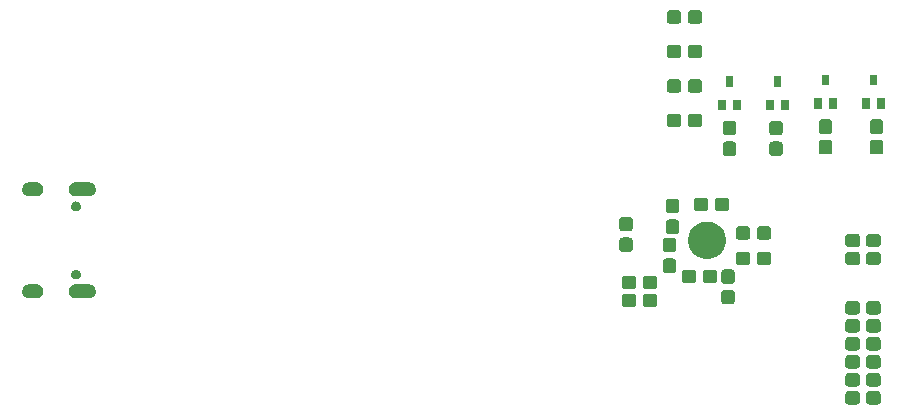
<source format=gbr>
G04 #@! TF.GenerationSoftware,KiCad,Pcbnew,5.1.5*
G04 #@! TF.CreationDate,2020-03-07T11:26:49+01:00*
G04 #@! TF.ProjectId,himudev,68696d75-6465-4762-9e6b-696361645f70,rev?*
G04 #@! TF.SameCoordinates,Original*
G04 #@! TF.FileFunction,Soldermask,Bot*
G04 #@! TF.FilePolarity,Negative*
%FSLAX46Y46*%
G04 Gerber Fmt 4.6, Leading zero omitted, Abs format (unit mm)*
G04 Created by KiCad (PCBNEW 5.1.5) date 2020-03-07 11:26:49*
%MOMM*%
%LPD*%
G04 APERTURE LIST*
%ADD10C,0.100000*%
G04 APERTURE END LIST*
D10*
G36*
X178437157Y-114376395D02*
G01*
X178487639Y-114391708D01*
X178534168Y-114416578D01*
X178574951Y-114450049D01*
X178608422Y-114490832D01*
X178633292Y-114537361D01*
X178648605Y-114587843D01*
X178653900Y-114641601D01*
X178653900Y-115228399D01*
X178648605Y-115282157D01*
X178633292Y-115332639D01*
X178608422Y-115379168D01*
X178574951Y-115419951D01*
X178534168Y-115453422D01*
X178487639Y-115478292D01*
X178437157Y-115493605D01*
X178383399Y-115498900D01*
X177696601Y-115498900D01*
X177642843Y-115493605D01*
X177592361Y-115478292D01*
X177545832Y-115453422D01*
X177505049Y-115419951D01*
X177471578Y-115379168D01*
X177446708Y-115332639D01*
X177431395Y-115282157D01*
X177426100Y-115228399D01*
X177426100Y-114641601D01*
X177431395Y-114587843D01*
X177446708Y-114537361D01*
X177471578Y-114490832D01*
X177505049Y-114450049D01*
X177545832Y-114416578D01*
X177592361Y-114391708D01*
X177642843Y-114376395D01*
X177696601Y-114371100D01*
X178383399Y-114371100D01*
X178437157Y-114376395D01*
G37*
G36*
X176687157Y-114376395D02*
G01*
X176737639Y-114391708D01*
X176784168Y-114416578D01*
X176824951Y-114450049D01*
X176858422Y-114490832D01*
X176883292Y-114537361D01*
X176898605Y-114587843D01*
X176903900Y-114641601D01*
X176903900Y-115228399D01*
X176898605Y-115282157D01*
X176883292Y-115332639D01*
X176858422Y-115379168D01*
X176824951Y-115419951D01*
X176784168Y-115453422D01*
X176737639Y-115478292D01*
X176687157Y-115493605D01*
X176633399Y-115498900D01*
X175946601Y-115498900D01*
X175892843Y-115493605D01*
X175842361Y-115478292D01*
X175795832Y-115453422D01*
X175755049Y-115419951D01*
X175721578Y-115379168D01*
X175696708Y-115332639D01*
X175681395Y-115282157D01*
X175676100Y-115228399D01*
X175676100Y-114641601D01*
X175681395Y-114587843D01*
X175696708Y-114537361D01*
X175721578Y-114490832D01*
X175755049Y-114450049D01*
X175795832Y-114416578D01*
X175842361Y-114391708D01*
X175892843Y-114376395D01*
X175946601Y-114371100D01*
X176633399Y-114371100D01*
X176687157Y-114376395D01*
G37*
G36*
X176687157Y-112852395D02*
G01*
X176737639Y-112867708D01*
X176784168Y-112892578D01*
X176824951Y-112926049D01*
X176858422Y-112966832D01*
X176883292Y-113013361D01*
X176898605Y-113063843D01*
X176903900Y-113117601D01*
X176903900Y-113704399D01*
X176898605Y-113758157D01*
X176883292Y-113808639D01*
X176858422Y-113855168D01*
X176824951Y-113895951D01*
X176784168Y-113929422D01*
X176737639Y-113954292D01*
X176687157Y-113969605D01*
X176633399Y-113974900D01*
X175946601Y-113974900D01*
X175892843Y-113969605D01*
X175842361Y-113954292D01*
X175795832Y-113929422D01*
X175755049Y-113895951D01*
X175721578Y-113855168D01*
X175696708Y-113808639D01*
X175681395Y-113758157D01*
X175676100Y-113704399D01*
X175676100Y-113117601D01*
X175681395Y-113063843D01*
X175696708Y-113013361D01*
X175721578Y-112966832D01*
X175755049Y-112926049D01*
X175795832Y-112892578D01*
X175842361Y-112867708D01*
X175892843Y-112852395D01*
X175946601Y-112847100D01*
X176633399Y-112847100D01*
X176687157Y-112852395D01*
G37*
G36*
X178437157Y-112852395D02*
G01*
X178487639Y-112867708D01*
X178534168Y-112892578D01*
X178574951Y-112926049D01*
X178608422Y-112966832D01*
X178633292Y-113013361D01*
X178648605Y-113063843D01*
X178653900Y-113117601D01*
X178653900Y-113704399D01*
X178648605Y-113758157D01*
X178633292Y-113808639D01*
X178608422Y-113855168D01*
X178574951Y-113895951D01*
X178534168Y-113929422D01*
X178487639Y-113954292D01*
X178437157Y-113969605D01*
X178383399Y-113974900D01*
X177696601Y-113974900D01*
X177642843Y-113969605D01*
X177592361Y-113954292D01*
X177545832Y-113929422D01*
X177505049Y-113895951D01*
X177471578Y-113855168D01*
X177446708Y-113808639D01*
X177431395Y-113758157D01*
X177426100Y-113704399D01*
X177426100Y-113117601D01*
X177431395Y-113063843D01*
X177446708Y-113013361D01*
X177471578Y-112966832D01*
X177505049Y-112926049D01*
X177545832Y-112892578D01*
X177592361Y-112867708D01*
X177642843Y-112852395D01*
X177696601Y-112847100D01*
X178383399Y-112847100D01*
X178437157Y-112852395D01*
G37*
G36*
X176687157Y-111328395D02*
G01*
X176737639Y-111343708D01*
X176784168Y-111368578D01*
X176824951Y-111402049D01*
X176858422Y-111442832D01*
X176883292Y-111489361D01*
X176898605Y-111539843D01*
X176903900Y-111593601D01*
X176903900Y-112180399D01*
X176898605Y-112234157D01*
X176883292Y-112284639D01*
X176858422Y-112331168D01*
X176824951Y-112371951D01*
X176784168Y-112405422D01*
X176737639Y-112430292D01*
X176687157Y-112445605D01*
X176633399Y-112450900D01*
X175946601Y-112450900D01*
X175892843Y-112445605D01*
X175842361Y-112430292D01*
X175795832Y-112405422D01*
X175755049Y-112371951D01*
X175721578Y-112331168D01*
X175696708Y-112284639D01*
X175681395Y-112234157D01*
X175676100Y-112180399D01*
X175676100Y-111593601D01*
X175681395Y-111539843D01*
X175696708Y-111489361D01*
X175721578Y-111442832D01*
X175755049Y-111402049D01*
X175795832Y-111368578D01*
X175842361Y-111343708D01*
X175892843Y-111328395D01*
X175946601Y-111323100D01*
X176633399Y-111323100D01*
X176687157Y-111328395D01*
G37*
G36*
X178437157Y-111328395D02*
G01*
X178487639Y-111343708D01*
X178534168Y-111368578D01*
X178574951Y-111402049D01*
X178608422Y-111442832D01*
X178633292Y-111489361D01*
X178648605Y-111539843D01*
X178653900Y-111593601D01*
X178653900Y-112180399D01*
X178648605Y-112234157D01*
X178633292Y-112284639D01*
X178608422Y-112331168D01*
X178574951Y-112371951D01*
X178534168Y-112405422D01*
X178487639Y-112430292D01*
X178437157Y-112445605D01*
X178383399Y-112450900D01*
X177696601Y-112450900D01*
X177642843Y-112445605D01*
X177592361Y-112430292D01*
X177545832Y-112405422D01*
X177505049Y-112371951D01*
X177471578Y-112331168D01*
X177446708Y-112284639D01*
X177431395Y-112234157D01*
X177426100Y-112180399D01*
X177426100Y-111593601D01*
X177431395Y-111539843D01*
X177446708Y-111489361D01*
X177471578Y-111442832D01*
X177505049Y-111402049D01*
X177545832Y-111368578D01*
X177592361Y-111343708D01*
X177642843Y-111328395D01*
X177696601Y-111323100D01*
X178383399Y-111323100D01*
X178437157Y-111328395D01*
G37*
G36*
X176687157Y-109804395D02*
G01*
X176737639Y-109819708D01*
X176784168Y-109844578D01*
X176824951Y-109878049D01*
X176858422Y-109918832D01*
X176883292Y-109965361D01*
X176898605Y-110015843D01*
X176903900Y-110069601D01*
X176903900Y-110656399D01*
X176898605Y-110710157D01*
X176883292Y-110760639D01*
X176858422Y-110807168D01*
X176824951Y-110847951D01*
X176784168Y-110881422D01*
X176737639Y-110906292D01*
X176687157Y-110921605D01*
X176633399Y-110926900D01*
X175946601Y-110926900D01*
X175892843Y-110921605D01*
X175842361Y-110906292D01*
X175795832Y-110881422D01*
X175755049Y-110847951D01*
X175721578Y-110807168D01*
X175696708Y-110760639D01*
X175681395Y-110710157D01*
X175676100Y-110656399D01*
X175676100Y-110069601D01*
X175681395Y-110015843D01*
X175696708Y-109965361D01*
X175721578Y-109918832D01*
X175755049Y-109878049D01*
X175795832Y-109844578D01*
X175842361Y-109819708D01*
X175892843Y-109804395D01*
X175946601Y-109799100D01*
X176633399Y-109799100D01*
X176687157Y-109804395D01*
G37*
G36*
X178437157Y-109804395D02*
G01*
X178487639Y-109819708D01*
X178534168Y-109844578D01*
X178574951Y-109878049D01*
X178608422Y-109918832D01*
X178633292Y-109965361D01*
X178648605Y-110015843D01*
X178653900Y-110069601D01*
X178653900Y-110656399D01*
X178648605Y-110710157D01*
X178633292Y-110760639D01*
X178608422Y-110807168D01*
X178574951Y-110847951D01*
X178534168Y-110881422D01*
X178487639Y-110906292D01*
X178437157Y-110921605D01*
X178383399Y-110926900D01*
X177696601Y-110926900D01*
X177642843Y-110921605D01*
X177592361Y-110906292D01*
X177545832Y-110881422D01*
X177505049Y-110847951D01*
X177471578Y-110807168D01*
X177446708Y-110760639D01*
X177431395Y-110710157D01*
X177426100Y-110656399D01*
X177426100Y-110069601D01*
X177431395Y-110015843D01*
X177446708Y-109965361D01*
X177471578Y-109918832D01*
X177505049Y-109878049D01*
X177545832Y-109844578D01*
X177592361Y-109819708D01*
X177642843Y-109804395D01*
X177696601Y-109799100D01*
X178383399Y-109799100D01*
X178437157Y-109804395D01*
G37*
G36*
X176687157Y-108280395D02*
G01*
X176737639Y-108295708D01*
X176784168Y-108320578D01*
X176824951Y-108354049D01*
X176858422Y-108394832D01*
X176883292Y-108441361D01*
X176898605Y-108491843D01*
X176903900Y-108545601D01*
X176903900Y-109132399D01*
X176898605Y-109186157D01*
X176883292Y-109236639D01*
X176858422Y-109283168D01*
X176824951Y-109323951D01*
X176784168Y-109357422D01*
X176737639Y-109382292D01*
X176687157Y-109397605D01*
X176633399Y-109402900D01*
X175946601Y-109402900D01*
X175892843Y-109397605D01*
X175842361Y-109382292D01*
X175795832Y-109357422D01*
X175755049Y-109323951D01*
X175721578Y-109283168D01*
X175696708Y-109236639D01*
X175681395Y-109186157D01*
X175676100Y-109132399D01*
X175676100Y-108545601D01*
X175681395Y-108491843D01*
X175696708Y-108441361D01*
X175721578Y-108394832D01*
X175755049Y-108354049D01*
X175795832Y-108320578D01*
X175842361Y-108295708D01*
X175892843Y-108280395D01*
X175946601Y-108275100D01*
X176633399Y-108275100D01*
X176687157Y-108280395D01*
G37*
G36*
X178437157Y-108280395D02*
G01*
X178487639Y-108295708D01*
X178534168Y-108320578D01*
X178574951Y-108354049D01*
X178608422Y-108394832D01*
X178633292Y-108441361D01*
X178648605Y-108491843D01*
X178653900Y-108545601D01*
X178653900Y-109132399D01*
X178648605Y-109186157D01*
X178633292Y-109236639D01*
X178608422Y-109283168D01*
X178574951Y-109323951D01*
X178534168Y-109357422D01*
X178487639Y-109382292D01*
X178437157Y-109397605D01*
X178383399Y-109402900D01*
X177696601Y-109402900D01*
X177642843Y-109397605D01*
X177592361Y-109382292D01*
X177545832Y-109357422D01*
X177505049Y-109323951D01*
X177471578Y-109283168D01*
X177446708Y-109236639D01*
X177431395Y-109186157D01*
X177426100Y-109132399D01*
X177426100Y-108545601D01*
X177431395Y-108491843D01*
X177446708Y-108441361D01*
X177471578Y-108394832D01*
X177505049Y-108354049D01*
X177545832Y-108320578D01*
X177592361Y-108295708D01*
X177642843Y-108280395D01*
X177696601Y-108275100D01*
X178383399Y-108275100D01*
X178437157Y-108280395D01*
G37*
G36*
X178437157Y-106756395D02*
G01*
X178487639Y-106771708D01*
X178534168Y-106796578D01*
X178574951Y-106830049D01*
X178608422Y-106870832D01*
X178633292Y-106917361D01*
X178648605Y-106967843D01*
X178653900Y-107021601D01*
X178653900Y-107608399D01*
X178648605Y-107662157D01*
X178633292Y-107712639D01*
X178608422Y-107759168D01*
X178574951Y-107799951D01*
X178534168Y-107833422D01*
X178487639Y-107858292D01*
X178437157Y-107873605D01*
X178383399Y-107878900D01*
X177696601Y-107878900D01*
X177642843Y-107873605D01*
X177592361Y-107858292D01*
X177545832Y-107833422D01*
X177505049Y-107799951D01*
X177471578Y-107759168D01*
X177446708Y-107712639D01*
X177431395Y-107662157D01*
X177426100Y-107608399D01*
X177426100Y-107021601D01*
X177431395Y-106967843D01*
X177446708Y-106917361D01*
X177471578Y-106870832D01*
X177505049Y-106830049D01*
X177545832Y-106796578D01*
X177592361Y-106771708D01*
X177642843Y-106756395D01*
X177696601Y-106751100D01*
X178383399Y-106751100D01*
X178437157Y-106756395D01*
G37*
G36*
X176687157Y-106756395D02*
G01*
X176737639Y-106771708D01*
X176784168Y-106796578D01*
X176824951Y-106830049D01*
X176858422Y-106870832D01*
X176883292Y-106917361D01*
X176898605Y-106967843D01*
X176903900Y-107021601D01*
X176903900Y-107608399D01*
X176898605Y-107662157D01*
X176883292Y-107712639D01*
X176858422Y-107759168D01*
X176824951Y-107799951D01*
X176784168Y-107833422D01*
X176737639Y-107858292D01*
X176687157Y-107873605D01*
X176633399Y-107878900D01*
X175946601Y-107878900D01*
X175892843Y-107873605D01*
X175842361Y-107858292D01*
X175795832Y-107833422D01*
X175755049Y-107799951D01*
X175721578Y-107759168D01*
X175696708Y-107712639D01*
X175681395Y-107662157D01*
X175676100Y-107608399D01*
X175676100Y-107021601D01*
X175681395Y-106967843D01*
X175696708Y-106917361D01*
X175721578Y-106870832D01*
X175755049Y-106830049D01*
X175795832Y-106796578D01*
X175842361Y-106771708D01*
X175892843Y-106756395D01*
X175946601Y-106751100D01*
X176633399Y-106751100D01*
X176687157Y-106756395D01*
G37*
G36*
X157764157Y-106121395D02*
G01*
X157814639Y-106136708D01*
X157861168Y-106161578D01*
X157901951Y-106195049D01*
X157935422Y-106235832D01*
X157960292Y-106282361D01*
X157975605Y-106332843D01*
X157980900Y-106386601D01*
X157980900Y-106973399D01*
X157975605Y-107027157D01*
X157960292Y-107077639D01*
X157935422Y-107124168D01*
X157901951Y-107164951D01*
X157861168Y-107198422D01*
X157814639Y-107223292D01*
X157764157Y-107238605D01*
X157710399Y-107243900D01*
X157023601Y-107243900D01*
X156969843Y-107238605D01*
X156919361Y-107223292D01*
X156872832Y-107198422D01*
X156832049Y-107164951D01*
X156798578Y-107124168D01*
X156773708Y-107077639D01*
X156758395Y-107027157D01*
X156753100Y-106973399D01*
X156753100Y-106386601D01*
X156758395Y-106332843D01*
X156773708Y-106282361D01*
X156798578Y-106235832D01*
X156832049Y-106195049D01*
X156872832Y-106161578D01*
X156919361Y-106136708D01*
X156969843Y-106121395D01*
X157023601Y-106116100D01*
X157710399Y-106116100D01*
X157764157Y-106121395D01*
G37*
G36*
X159514157Y-106121395D02*
G01*
X159564639Y-106136708D01*
X159611168Y-106161578D01*
X159651951Y-106195049D01*
X159685422Y-106235832D01*
X159710292Y-106282361D01*
X159725605Y-106332843D01*
X159730900Y-106386601D01*
X159730900Y-106973399D01*
X159725605Y-107027157D01*
X159710292Y-107077639D01*
X159685422Y-107124168D01*
X159651951Y-107164951D01*
X159611168Y-107198422D01*
X159564639Y-107223292D01*
X159514157Y-107238605D01*
X159460399Y-107243900D01*
X158773601Y-107243900D01*
X158719843Y-107238605D01*
X158669361Y-107223292D01*
X158622832Y-107198422D01*
X158582049Y-107164951D01*
X158548578Y-107124168D01*
X158523708Y-107077639D01*
X158508395Y-107027157D01*
X158503100Y-106973399D01*
X158503100Y-106386601D01*
X158508395Y-106332843D01*
X158523708Y-106282361D01*
X158548578Y-106235832D01*
X158582049Y-106195049D01*
X158622832Y-106161578D01*
X158669361Y-106136708D01*
X158719843Y-106121395D01*
X158773601Y-106116100D01*
X159460399Y-106116100D01*
X159514157Y-106121395D01*
G37*
G36*
X166082157Y-105803395D02*
G01*
X166132639Y-105818708D01*
X166179168Y-105843578D01*
X166219951Y-105877049D01*
X166253422Y-105917832D01*
X166278292Y-105964361D01*
X166293605Y-106014843D01*
X166298900Y-106068601D01*
X166298900Y-106755399D01*
X166293605Y-106809157D01*
X166278292Y-106859639D01*
X166253422Y-106906168D01*
X166219951Y-106946951D01*
X166179168Y-106980422D01*
X166132639Y-107005292D01*
X166082157Y-107020605D01*
X166028399Y-107025900D01*
X165441601Y-107025900D01*
X165387843Y-107020605D01*
X165337361Y-107005292D01*
X165290832Y-106980422D01*
X165250049Y-106946951D01*
X165216578Y-106906168D01*
X165191708Y-106859639D01*
X165176395Y-106809157D01*
X165171100Y-106755399D01*
X165171100Y-106068601D01*
X165176395Y-106014843D01*
X165191708Y-105964361D01*
X165216578Y-105917832D01*
X165250049Y-105877049D01*
X165290832Y-105843578D01*
X165337361Y-105818708D01*
X165387843Y-105803395D01*
X165441601Y-105798100D01*
X166028399Y-105798100D01*
X166082157Y-105803395D01*
G37*
G36*
X111725366Y-105329959D02*
G01*
X111838222Y-105364193D01*
X111942231Y-105419787D01*
X112033395Y-105494604D01*
X112108212Y-105585768D01*
X112163806Y-105689777D01*
X112198040Y-105802633D01*
X112209600Y-105919999D01*
X112209600Y-105920001D01*
X112198040Y-106037367D01*
X112163806Y-106150223D01*
X112108212Y-106254232D01*
X112033395Y-106345396D01*
X111942231Y-106420213D01*
X111838222Y-106475807D01*
X111725366Y-106510041D01*
X111608000Y-106521601D01*
X110508000Y-106521601D01*
X110390634Y-106510041D01*
X110277778Y-106475807D01*
X110173769Y-106420213D01*
X110082605Y-106345396D01*
X110007788Y-106254232D01*
X109952194Y-106150223D01*
X109917960Y-106037367D01*
X109906400Y-105920001D01*
X109906400Y-105919999D01*
X109917960Y-105802633D01*
X109952194Y-105689777D01*
X110007788Y-105585768D01*
X110082605Y-105494604D01*
X110173769Y-105419787D01*
X110277778Y-105364193D01*
X110390634Y-105329959D01*
X110508000Y-105318399D01*
X111608000Y-105318399D01*
X111725366Y-105329959D01*
G37*
G36*
X107295366Y-105329959D02*
G01*
X107408222Y-105364193D01*
X107512231Y-105419787D01*
X107603395Y-105494604D01*
X107678212Y-105585768D01*
X107733806Y-105689777D01*
X107768040Y-105802633D01*
X107779600Y-105919999D01*
X107779600Y-105920001D01*
X107768040Y-106037367D01*
X107733806Y-106150223D01*
X107678212Y-106254232D01*
X107603395Y-106345396D01*
X107512231Y-106420213D01*
X107408222Y-106475807D01*
X107295366Y-106510041D01*
X107178000Y-106521601D01*
X106578000Y-106521601D01*
X106460634Y-106510041D01*
X106347778Y-106475807D01*
X106243769Y-106420213D01*
X106152605Y-106345396D01*
X106077788Y-106254232D01*
X106022194Y-106150223D01*
X105987960Y-106037367D01*
X105976400Y-105920001D01*
X105976400Y-105919999D01*
X105987960Y-105802633D01*
X106022194Y-105689777D01*
X106077788Y-105585768D01*
X106152605Y-105494604D01*
X106243769Y-105419787D01*
X106347778Y-105364193D01*
X106460634Y-105329959D01*
X106578000Y-105318399D01*
X107178000Y-105318399D01*
X107295366Y-105329959D01*
G37*
G36*
X157764157Y-104597395D02*
G01*
X157814639Y-104612708D01*
X157861168Y-104637578D01*
X157901951Y-104671049D01*
X157935422Y-104711832D01*
X157960292Y-104758361D01*
X157975605Y-104808843D01*
X157980900Y-104862601D01*
X157980900Y-105449399D01*
X157975605Y-105503157D01*
X157960292Y-105553639D01*
X157935422Y-105600168D01*
X157901951Y-105640951D01*
X157861168Y-105674422D01*
X157814639Y-105699292D01*
X157764157Y-105714605D01*
X157710399Y-105719900D01*
X157023601Y-105719900D01*
X156969843Y-105714605D01*
X156919361Y-105699292D01*
X156872832Y-105674422D01*
X156832049Y-105640951D01*
X156798578Y-105600168D01*
X156773708Y-105553639D01*
X156758395Y-105503157D01*
X156753100Y-105449399D01*
X156753100Y-104862601D01*
X156758395Y-104808843D01*
X156773708Y-104758361D01*
X156798578Y-104711832D01*
X156832049Y-104671049D01*
X156872832Y-104637578D01*
X156919361Y-104612708D01*
X156969843Y-104597395D01*
X157023601Y-104592100D01*
X157710399Y-104592100D01*
X157764157Y-104597395D01*
G37*
G36*
X159514157Y-104597395D02*
G01*
X159564639Y-104612708D01*
X159611168Y-104637578D01*
X159651951Y-104671049D01*
X159685422Y-104711832D01*
X159710292Y-104758361D01*
X159725605Y-104808843D01*
X159730900Y-104862601D01*
X159730900Y-105449399D01*
X159725605Y-105503157D01*
X159710292Y-105553639D01*
X159685422Y-105600168D01*
X159651951Y-105640951D01*
X159611168Y-105674422D01*
X159564639Y-105699292D01*
X159514157Y-105714605D01*
X159460399Y-105719900D01*
X158773601Y-105719900D01*
X158719843Y-105714605D01*
X158669361Y-105699292D01*
X158622832Y-105674422D01*
X158582049Y-105640951D01*
X158548578Y-105600168D01*
X158523708Y-105553639D01*
X158508395Y-105503157D01*
X158503100Y-105449399D01*
X158503100Y-104862601D01*
X158508395Y-104808843D01*
X158523708Y-104758361D01*
X158548578Y-104711832D01*
X158582049Y-104671049D01*
X158622832Y-104637578D01*
X158669361Y-104612708D01*
X158719843Y-104597395D01*
X158773601Y-104592100D01*
X159460399Y-104592100D01*
X159514157Y-104597395D01*
G37*
G36*
X166082157Y-104053395D02*
G01*
X166132639Y-104068708D01*
X166179168Y-104093578D01*
X166219951Y-104127049D01*
X166253422Y-104167832D01*
X166278292Y-104214361D01*
X166293605Y-104264843D01*
X166298900Y-104318601D01*
X166298900Y-105005399D01*
X166293605Y-105059157D01*
X166278292Y-105109639D01*
X166253422Y-105156168D01*
X166219951Y-105196951D01*
X166179168Y-105230422D01*
X166132639Y-105255292D01*
X166082157Y-105270605D01*
X166028399Y-105275900D01*
X165441601Y-105275900D01*
X165387843Y-105270605D01*
X165337361Y-105255292D01*
X165290832Y-105230422D01*
X165250049Y-105196951D01*
X165216578Y-105156168D01*
X165191708Y-105109639D01*
X165176395Y-105059157D01*
X165171100Y-105005399D01*
X165171100Y-104318601D01*
X165176395Y-104264843D01*
X165191708Y-104214361D01*
X165216578Y-104167832D01*
X165250049Y-104127049D01*
X165290832Y-104093578D01*
X165337361Y-104068708D01*
X165387843Y-104053395D01*
X165441601Y-104048100D01*
X166028399Y-104048100D01*
X166082157Y-104053395D01*
G37*
G36*
X164594157Y-104089395D02*
G01*
X164644639Y-104104708D01*
X164691168Y-104129578D01*
X164731951Y-104163049D01*
X164765422Y-104203832D01*
X164790292Y-104250361D01*
X164805605Y-104300843D01*
X164810900Y-104354601D01*
X164810900Y-104941399D01*
X164805605Y-104995157D01*
X164790292Y-105045639D01*
X164765422Y-105092168D01*
X164731951Y-105132951D01*
X164691168Y-105166422D01*
X164644639Y-105191292D01*
X164594157Y-105206605D01*
X164540399Y-105211900D01*
X163853601Y-105211900D01*
X163799843Y-105206605D01*
X163749361Y-105191292D01*
X163702832Y-105166422D01*
X163662049Y-105132951D01*
X163628578Y-105092168D01*
X163603708Y-105045639D01*
X163588395Y-104995157D01*
X163583100Y-104941399D01*
X163583100Y-104354601D01*
X163588395Y-104300843D01*
X163603708Y-104250361D01*
X163628578Y-104203832D01*
X163662049Y-104163049D01*
X163702832Y-104129578D01*
X163749361Y-104104708D01*
X163799843Y-104089395D01*
X163853601Y-104084100D01*
X164540399Y-104084100D01*
X164594157Y-104089395D01*
G37*
G36*
X162844157Y-104089395D02*
G01*
X162894639Y-104104708D01*
X162941168Y-104129578D01*
X162981951Y-104163049D01*
X163015422Y-104203832D01*
X163040292Y-104250361D01*
X163055605Y-104300843D01*
X163060900Y-104354601D01*
X163060900Y-104941399D01*
X163055605Y-104995157D01*
X163040292Y-105045639D01*
X163015422Y-105092168D01*
X162981951Y-105132951D01*
X162941168Y-105166422D01*
X162894639Y-105191292D01*
X162844157Y-105206605D01*
X162790399Y-105211900D01*
X162103601Y-105211900D01*
X162049843Y-105206605D01*
X161999361Y-105191292D01*
X161952832Y-105166422D01*
X161912049Y-105132951D01*
X161878578Y-105092168D01*
X161853708Y-105045639D01*
X161838395Y-104995157D01*
X161833100Y-104941399D01*
X161833100Y-104354601D01*
X161838395Y-104300843D01*
X161853708Y-104250361D01*
X161878578Y-104203832D01*
X161912049Y-104163049D01*
X161952832Y-104129578D01*
X161999361Y-104104708D01*
X162049843Y-104089395D01*
X162103601Y-104084100D01*
X162790399Y-104084100D01*
X162844157Y-104089395D01*
G37*
G36*
X110648730Y-104092006D02*
G01*
X110724055Y-104123206D01*
X110791846Y-104168503D01*
X110849497Y-104226154D01*
X110894794Y-104293945D01*
X110925994Y-104369270D01*
X110941900Y-104449234D01*
X110941900Y-104530766D01*
X110925994Y-104610730D01*
X110894794Y-104686055D01*
X110849497Y-104753846D01*
X110791846Y-104811497D01*
X110724055Y-104856794D01*
X110648730Y-104887994D01*
X110568766Y-104903900D01*
X110487234Y-104903900D01*
X110407270Y-104887994D01*
X110331945Y-104856794D01*
X110264154Y-104811497D01*
X110206503Y-104753846D01*
X110161206Y-104686055D01*
X110130006Y-104610730D01*
X110114100Y-104530766D01*
X110114100Y-104449234D01*
X110130006Y-104369270D01*
X110161206Y-104293945D01*
X110206503Y-104226154D01*
X110264154Y-104168503D01*
X110331945Y-104123206D01*
X110407270Y-104092006D01*
X110487234Y-104076100D01*
X110568766Y-104076100D01*
X110648730Y-104092006D01*
G37*
G36*
X161129157Y-103136395D02*
G01*
X161179639Y-103151708D01*
X161226168Y-103176578D01*
X161266951Y-103210049D01*
X161300422Y-103250832D01*
X161325292Y-103297361D01*
X161340605Y-103347843D01*
X161345900Y-103401601D01*
X161345900Y-104088399D01*
X161340605Y-104142157D01*
X161325292Y-104192639D01*
X161300422Y-104239168D01*
X161266951Y-104279951D01*
X161226168Y-104313422D01*
X161179639Y-104338292D01*
X161129157Y-104353605D01*
X161075399Y-104358900D01*
X160488601Y-104358900D01*
X160434843Y-104353605D01*
X160384361Y-104338292D01*
X160337832Y-104313422D01*
X160297049Y-104279951D01*
X160263578Y-104239168D01*
X160238708Y-104192639D01*
X160223395Y-104142157D01*
X160218100Y-104088399D01*
X160218100Y-103401601D01*
X160223395Y-103347843D01*
X160238708Y-103297361D01*
X160263578Y-103250832D01*
X160297049Y-103210049D01*
X160337832Y-103176578D01*
X160384361Y-103151708D01*
X160434843Y-103136395D01*
X160488601Y-103131100D01*
X161075399Y-103131100D01*
X161129157Y-103136395D01*
G37*
G36*
X176687157Y-102565395D02*
G01*
X176737639Y-102580708D01*
X176784168Y-102605578D01*
X176824951Y-102639049D01*
X176858422Y-102679832D01*
X176883292Y-102726361D01*
X176898605Y-102776843D01*
X176903900Y-102830601D01*
X176903900Y-103417399D01*
X176898605Y-103471157D01*
X176883292Y-103521639D01*
X176858422Y-103568168D01*
X176824951Y-103608951D01*
X176784168Y-103642422D01*
X176737639Y-103667292D01*
X176687157Y-103682605D01*
X176633399Y-103687900D01*
X175946601Y-103687900D01*
X175892843Y-103682605D01*
X175842361Y-103667292D01*
X175795832Y-103642422D01*
X175755049Y-103608951D01*
X175721578Y-103568168D01*
X175696708Y-103521639D01*
X175681395Y-103471157D01*
X175676100Y-103417399D01*
X175676100Y-102830601D01*
X175681395Y-102776843D01*
X175696708Y-102726361D01*
X175721578Y-102679832D01*
X175755049Y-102639049D01*
X175795832Y-102605578D01*
X175842361Y-102580708D01*
X175892843Y-102565395D01*
X175946601Y-102560100D01*
X176633399Y-102560100D01*
X176687157Y-102565395D01*
G37*
G36*
X178437157Y-102565395D02*
G01*
X178487639Y-102580708D01*
X178534168Y-102605578D01*
X178574951Y-102639049D01*
X178608422Y-102679832D01*
X178633292Y-102726361D01*
X178648605Y-102776843D01*
X178653900Y-102830601D01*
X178653900Y-103417399D01*
X178648605Y-103471157D01*
X178633292Y-103521639D01*
X178608422Y-103568168D01*
X178574951Y-103608951D01*
X178534168Y-103642422D01*
X178487639Y-103667292D01*
X178437157Y-103682605D01*
X178383399Y-103687900D01*
X177696601Y-103687900D01*
X177642843Y-103682605D01*
X177592361Y-103667292D01*
X177545832Y-103642422D01*
X177505049Y-103608951D01*
X177471578Y-103568168D01*
X177446708Y-103521639D01*
X177431395Y-103471157D01*
X177426100Y-103417399D01*
X177426100Y-102830601D01*
X177431395Y-102776843D01*
X177446708Y-102726361D01*
X177471578Y-102679832D01*
X177505049Y-102639049D01*
X177545832Y-102605578D01*
X177592361Y-102580708D01*
X177642843Y-102565395D01*
X177696601Y-102560100D01*
X178383399Y-102560100D01*
X178437157Y-102565395D01*
G37*
G36*
X169166157Y-102565395D02*
G01*
X169216639Y-102580708D01*
X169263168Y-102605578D01*
X169303951Y-102639049D01*
X169337422Y-102679832D01*
X169362292Y-102726361D01*
X169377605Y-102776843D01*
X169382900Y-102830601D01*
X169382900Y-103417399D01*
X169377605Y-103471157D01*
X169362292Y-103521639D01*
X169337422Y-103568168D01*
X169303951Y-103608951D01*
X169263168Y-103642422D01*
X169216639Y-103667292D01*
X169166157Y-103682605D01*
X169112399Y-103687900D01*
X168425601Y-103687900D01*
X168371843Y-103682605D01*
X168321361Y-103667292D01*
X168274832Y-103642422D01*
X168234049Y-103608951D01*
X168200578Y-103568168D01*
X168175708Y-103521639D01*
X168160395Y-103471157D01*
X168155100Y-103417399D01*
X168155100Y-102830601D01*
X168160395Y-102776843D01*
X168175708Y-102726361D01*
X168200578Y-102679832D01*
X168234049Y-102639049D01*
X168274832Y-102605578D01*
X168321361Y-102580708D01*
X168371843Y-102565395D01*
X168425601Y-102560100D01*
X169112399Y-102560100D01*
X169166157Y-102565395D01*
G37*
G36*
X167416157Y-102565395D02*
G01*
X167466639Y-102580708D01*
X167513168Y-102605578D01*
X167553951Y-102639049D01*
X167587422Y-102679832D01*
X167612292Y-102726361D01*
X167627605Y-102776843D01*
X167632900Y-102830601D01*
X167632900Y-103417399D01*
X167627605Y-103471157D01*
X167612292Y-103521639D01*
X167587422Y-103568168D01*
X167553951Y-103608951D01*
X167513168Y-103642422D01*
X167466639Y-103667292D01*
X167416157Y-103682605D01*
X167362399Y-103687900D01*
X166675601Y-103687900D01*
X166621843Y-103682605D01*
X166571361Y-103667292D01*
X166524832Y-103642422D01*
X166484049Y-103608951D01*
X166450578Y-103568168D01*
X166425708Y-103521639D01*
X166410395Y-103471157D01*
X166405100Y-103417399D01*
X166405100Y-102830601D01*
X166410395Y-102776843D01*
X166425708Y-102726361D01*
X166450578Y-102679832D01*
X166484049Y-102639049D01*
X166524832Y-102605578D01*
X166571361Y-102580708D01*
X166621843Y-102565395D01*
X166675601Y-102560100D01*
X167362399Y-102560100D01*
X167416157Y-102565395D01*
G37*
G36*
X164420465Y-100072161D02*
G01*
X164709626Y-100191935D01*
X164969865Y-100365821D01*
X165191179Y-100587135D01*
X165365065Y-100847374D01*
X165484839Y-101136535D01*
X165545900Y-101443507D01*
X165545900Y-101756493D01*
X165484839Y-102063465D01*
X165365065Y-102352626D01*
X165191179Y-102612865D01*
X164969865Y-102834179D01*
X164709626Y-103008065D01*
X164420465Y-103127839D01*
X164113493Y-103188900D01*
X163800507Y-103188900D01*
X163493535Y-103127839D01*
X163204374Y-103008065D01*
X162944135Y-102834179D01*
X162722821Y-102612865D01*
X162548935Y-102352626D01*
X162429161Y-102063465D01*
X162368100Y-101756493D01*
X162368100Y-101443507D01*
X162429161Y-101136535D01*
X162548935Y-100847374D01*
X162722821Y-100587135D01*
X162944135Y-100365821D01*
X163204374Y-100191935D01*
X163493535Y-100072161D01*
X163800507Y-100011100D01*
X164113493Y-100011100D01*
X164420465Y-100072161D01*
G37*
G36*
X161129157Y-101386395D02*
G01*
X161179639Y-101401708D01*
X161226168Y-101426578D01*
X161266951Y-101460049D01*
X161300422Y-101500832D01*
X161325292Y-101547361D01*
X161340605Y-101597843D01*
X161345900Y-101651601D01*
X161345900Y-102338399D01*
X161340605Y-102392157D01*
X161325292Y-102442639D01*
X161300422Y-102489168D01*
X161266951Y-102529951D01*
X161226168Y-102563422D01*
X161179639Y-102588292D01*
X161129157Y-102603605D01*
X161075399Y-102608900D01*
X160488601Y-102608900D01*
X160434843Y-102603605D01*
X160384361Y-102588292D01*
X160337832Y-102563422D01*
X160297049Y-102529951D01*
X160263578Y-102489168D01*
X160238708Y-102442639D01*
X160223395Y-102392157D01*
X160218100Y-102338399D01*
X160218100Y-101651601D01*
X160223395Y-101597843D01*
X160238708Y-101547361D01*
X160263578Y-101500832D01*
X160297049Y-101460049D01*
X160337832Y-101426578D01*
X160384361Y-101401708D01*
X160434843Y-101386395D01*
X160488601Y-101381100D01*
X161075399Y-101381100D01*
X161129157Y-101386395D01*
G37*
G36*
X157446157Y-101358395D02*
G01*
X157496639Y-101373708D01*
X157543168Y-101398578D01*
X157583951Y-101432049D01*
X157617422Y-101472832D01*
X157642292Y-101519361D01*
X157657605Y-101569843D01*
X157662900Y-101623601D01*
X157662900Y-102310399D01*
X157657605Y-102364157D01*
X157642292Y-102414639D01*
X157617422Y-102461168D01*
X157583951Y-102501951D01*
X157543168Y-102535422D01*
X157496639Y-102560292D01*
X157446157Y-102575605D01*
X157392399Y-102580900D01*
X156805601Y-102580900D01*
X156751843Y-102575605D01*
X156701361Y-102560292D01*
X156654832Y-102535422D01*
X156614049Y-102501951D01*
X156580578Y-102461168D01*
X156555708Y-102414639D01*
X156540395Y-102364157D01*
X156535100Y-102310399D01*
X156535100Y-101623601D01*
X156540395Y-101569843D01*
X156555708Y-101519361D01*
X156580578Y-101472832D01*
X156614049Y-101432049D01*
X156654832Y-101398578D01*
X156701361Y-101373708D01*
X156751843Y-101358395D01*
X156805601Y-101353100D01*
X157392399Y-101353100D01*
X157446157Y-101358395D01*
G37*
G36*
X176687157Y-101041395D02*
G01*
X176737639Y-101056708D01*
X176784168Y-101081578D01*
X176824951Y-101115049D01*
X176858422Y-101155832D01*
X176883292Y-101202361D01*
X176898605Y-101252843D01*
X176903900Y-101306601D01*
X176903900Y-101893399D01*
X176898605Y-101947157D01*
X176883292Y-101997639D01*
X176858422Y-102044168D01*
X176824951Y-102084951D01*
X176784168Y-102118422D01*
X176737639Y-102143292D01*
X176687157Y-102158605D01*
X176633399Y-102163900D01*
X175946601Y-102163900D01*
X175892843Y-102158605D01*
X175842361Y-102143292D01*
X175795832Y-102118422D01*
X175755049Y-102084951D01*
X175721578Y-102044168D01*
X175696708Y-101997639D01*
X175681395Y-101947157D01*
X175676100Y-101893399D01*
X175676100Y-101306601D01*
X175681395Y-101252843D01*
X175696708Y-101202361D01*
X175721578Y-101155832D01*
X175755049Y-101115049D01*
X175795832Y-101081578D01*
X175842361Y-101056708D01*
X175892843Y-101041395D01*
X175946601Y-101036100D01*
X176633399Y-101036100D01*
X176687157Y-101041395D01*
G37*
G36*
X178437157Y-101041395D02*
G01*
X178487639Y-101056708D01*
X178534168Y-101081578D01*
X178574951Y-101115049D01*
X178608422Y-101155832D01*
X178633292Y-101202361D01*
X178648605Y-101252843D01*
X178653900Y-101306601D01*
X178653900Y-101893399D01*
X178648605Y-101947157D01*
X178633292Y-101997639D01*
X178608422Y-102044168D01*
X178574951Y-102084951D01*
X178534168Y-102118422D01*
X178487639Y-102143292D01*
X178437157Y-102158605D01*
X178383399Y-102163900D01*
X177696601Y-102163900D01*
X177642843Y-102158605D01*
X177592361Y-102143292D01*
X177545832Y-102118422D01*
X177505049Y-102084951D01*
X177471578Y-102044168D01*
X177446708Y-101997639D01*
X177431395Y-101947157D01*
X177426100Y-101893399D01*
X177426100Y-101306601D01*
X177431395Y-101252843D01*
X177446708Y-101202361D01*
X177471578Y-101155832D01*
X177505049Y-101115049D01*
X177545832Y-101081578D01*
X177592361Y-101056708D01*
X177642843Y-101041395D01*
X177696601Y-101036100D01*
X178383399Y-101036100D01*
X178437157Y-101041395D01*
G37*
G36*
X167416157Y-100406395D02*
G01*
X167466639Y-100421708D01*
X167513168Y-100446578D01*
X167553951Y-100480049D01*
X167587422Y-100520832D01*
X167612292Y-100567361D01*
X167627605Y-100617843D01*
X167632900Y-100671601D01*
X167632900Y-101258399D01*
X167627605Y-101312157D01*
X167612292Y-101362639D01*
X167587422Y-101409168D01*
X167553951Y-101449951D01*
X167513168Y-101483422D01*
X167466639Y-101508292D01*
X167416157Y-101523605D01*
X167362399Y-101528900D01*
X166675601Y-101528900D01*
X166621843Y-101523605D01*
X166571361Y-101508292D01*
X166524832Y-101483422D01*
X166484049Y-101449951D01*
X166450578Y-101409168D01*
X166425708Y-101362639D01*
X166410395Y-101312157D01*
X166405100Y-101258399D01*
X166405100Y-100671601D01*
X166410395Y-100617843D01*
X166425708Y-100567361D01*
X166450578Y-100520832D01*
X166484049Y-100480049D01*
X166524832Y-100446578D01*
X166571361Y-100421708D01*
X166621843Y-100406395D01*
X166675601Y-100401100D01*
X167362399Y-100401100D01*
X167416157Y-100406395D01*
G37*
G36*
X169166157Y-100406395D02*
G01*
X169216639Y-100421708D01*
X169263168Y-100446578D01*
X169303951Y-100480049D01*
X169337422Y-100520832D01*
X169362292Y-100567361D01*
X169377605Y-100617843D01*
X169382900Y-100671601D01*
X169382900Y-101258399D01*
X169377605Y-101312157D01*
X169362292Y-101362639D01*
X169337422Y-101409168D01*
X169303951Y-101449951D01*
X169263168Y-101483422D01*
X169216639Y-101508292D01*
X169166157Y-101523605D01*
X169112399Y-101528900D01*
X168425601Y-101528900D01*
X168371843Y-101523605D01*
X168321361Y-101508292D01*
X168274832Y-101483422D01*
X168234049Y-101449951D01*
X168200578Y-101409168D01*
X168175708Y-101362639D01*
X168160395Y-101312157D01*
X168155100Y-101258399D01*
X168155100Y-100671601D01*
X168160395Y-100617843D01*
X168175708Y-100567361D01*
X168200578Y-100520832D01*
X168234049Y-100480049D01*
X168274832Y-100446578D01*
X168321361Y-100421708D01*
X168371843Y-100406395D01*
X168425601Y-100401100D01*
X169112399Y-100401100D01*
X169166157Y-100406395D01*
G37*
G36*
X161383157Y-99834395D02*
G01*
X161433639Y-99849708D01*
X161480168Y-99874578D01*
X161520951Y-99908049D01*
X161554422Y-99948832D01*
X161579292Y-99995361D01*
X161594605Y-100045843D01*
X161599900Y-100099601D01*
X161599900Y-100786399D01*
X161594605Y-100840157D01*
X161579292Y-100890639D01*
X161554422Y-100937168D01*
X161520951Y-100977951D01*
X161480168Y-101011422D01*
X161433639Y-101036292D01*
X161383157Y-101051605D01*
X161329399Y-101056900D01*
X160742601Y-101056900D01*
X160688843Y-101051605D01*
X160638361Y-101036292D01*
X160591832Y-101011422D01*
X160551049Y-100977951D01*
X160517578Y-100937168D01*
X160492708Y-100890639D01*
X160477395Y-100840157D01*
X160472100Y-100786399D01*
X160472100Y-100099601D01*
X160477395Y-100045843D01*
X160492708Y-99995361D01*
X160517578Y-99948832D01*
X160551049Y-99908049D01*
X160591832Y-99874578D01*
X160638361Y-99849708D01*
X160688843Y-99834395D01*
X160742601Y-99829100D01*
X161329399Y-99829100D01*
X161383157Y-99834395D01*
G37*
G36*
X157446157Y-99608395D02*
G01*
X157496639Y-99623708D01*
X157543168Y-99648578D01*
X157583951Y-99682049D01*
X157617422Y-99722832D01*
X157642292Y-99769361D01*
X157657605Y-99819843D01*
X157662900Y-99873601D01*
X157662900Y-100560399D01*
X157657605Y-100614157D01*
X157642292Y-100664639D01*
X157617422Y-100711168D01*
X157583951Y-100751951D01*
X157543168Y-100785422D01*
X157496639Y-100810292D01*
X157446157Y-100825605D01*
X157392399Y-100830900D01*
X156805601Y-100830900D01*
X156751843Y-100825605D01*
X156701361Y-100810292D01*
X156654832Y-100785422D01*
X156614049Y-100751951D01*
X156580578Y-100711168D01*
X156555708Y-100664639D01*
X156540395Y-100614157D01*
X156535100Y-100560399D01*
X156535100Y-99873601D01*
X156540395Y-99819843D01*
X156555708Y-99769361D01*
X156580578Y-99722832D01*
X156614049Y-99682049D01*
X156654832Y-99648578D01*
X156701361Y-99623708D01*
X156751843Y-99608395D01*
X156805601Y-99603100D01*
X157392399Y-99603100D01*
X157446157Y-99608395D01*
G37*
G36*
X161383157Y-98084395D02*
G01*
X161433639Y-98099708D01*
X161480168Y-98124578D01*
X161520951Y-98158049D01*
X161554422Y-98198832D01*
X161579292Y-98245361D01*
X161594605Y-98295843D01*
X161599900Y-98349601D01*
X161599900Y-99036399D01*
X161594605Y-99090157D01*
X161579292Y-99140639D01*
X161554422Y-99187168D01*
X161520951Y-99227951D01*
X161480168Y-99261422D01*
X161433639Y-99286292D01*
X161383157Y-99301605D01*
X161329399Y-99306900D01*
X160742601Y-99306900D01*
X160688843Y-99301605D01*
X160638361Y-99286292D01*
X160591832Y-99261422D01*
X160551049Y-99227951D01*
X160517578Y-99187168D01*
X160492708Y-99140639D01*
X160477395Y-99090157D01*
X160472100Y-99036399D01*
X160472100Y-98349601D01*
X160477395Y-98295843D01*
X160492708Y-98245361D01*
X160517578Y-98198832D01*
X160551049Y-98158049D01*
X160591832Y-98124578D01*
X160638361Y-98099708D01*
X160688843Y-98084395D01*
X160742601Y-98079100D01*
X161329399Y-98079100D01*
X161383157Y-98084395D01*
G37*
G36*
X110648730Y-98312006D02*
G01*
X110724055Y-98343206D01*
X110791846Y-98388503D01*
X110849497Y-98446154D01*
X110894794Y-98513945D01*
X110925994Y-98589270D01*
X110941900Y-98669234D01*
X110941900Y-98750766D01*
X110925994Y-98830730D01*
X110894794Y-98906055D01*
X110849497Y-98973846D01*
X110791846Y-99031497D01*
X110724055Y-99076794D01*
X110648730Y-99107994D01*
X110568766Y-99123900D01*
X110487234Y-99123900D01*
X110407270Y-99107994D01*
X110331945Y-99076794D01*
X110264154Y-99031497D01*
X110206503Y-98973846D01*
X110161206Y-98906055D01*
X110130006Y-98830730D01*
X110114100Y-98750766D01*
X110114100Y-98669234D01*
X110130006Y-98589270D01*
X110161206Y-98513945D01*
X110206503Y-98446154D01*
X110264154Y-98388503D01*
X110331945Y-98343206D01*
X110407270Y-98312006D01*
X110487234Y-98296100D01*
X110568766Y-98296100D01*
X110648730Y-98312006D01*
G37*
G36*
X163860157Y-97993395D02*
G01*
X163910639Y-98008708D01*
X163957168Y-98033578D01*
X163997951Y-98067049D01*
X164031422Y-98107832D01*
X164056292Y-98154361D01*
X164071605Y-98204843D01*
X164076900Y-98258601D01*
X164076900Y-98845399D01*
X164071605Y-98899157D01*
X164056292Y-98949639D01*
X164031422Y-98996168D01*
X163997951Y-99036951D01*
X163957168Y-99070422D01*
X163910639Y-99095292D01*
X163860157Y-99110605D01*
X163806399Y-99115900D01*
X163119601Y-99115900D01*
X163065843Y-99110605D01*
X163015361Y-99095292D01*
X162968832Y-99070422D01*
X162928049Y-99036951D01*
X162894578Y-98996168D01*
X162869708Y-98949639D01*
X162854395Y-98899157D01*
X162849100Y-98845399D01*
X162849100Y-98258601D01*
X162854395Y-98204843D01*
X162869708Y-98154361D01*
X162894578Y-98107832D01*
X162928049Y-98067049D01*
X162968832Y-98033578D01*
X163015361Y-98008708D01*
X163065843Y-97993395D01*
X163119601Y-97988100D01*
X163806399Y-97988100D01*
X163860157Y-97993395D01*
G37*
G36*
X165610157Y-97993395D02*
G01*
X165660639Y-98008708D01*
X165707168Y-98033578D01*
X165747951Y-98067049D01*
X165781422Y-98107832D01*
X165806292Y-98154361D01*
X165821605Y-98204843D01*
X165826900Y-98258601D01*
X165826900Y-98845399D01*
X165821605Y-98899157D01*
X165806292Y-98949639D01*
X165781422Y-98996168D01*
X165747951Y-99036951D01*
X165707168Y-99070422D01*
X165660639Y-99095292D01*
X165610157Y-99110605D01*
X165556399Y-99115900D01*
X164869601Y-99115900D01*
X164815843Y-99110605D01*
X164765361Y-99095292D01*
X164718832Y-99070422D01*
X164678049Y-99036951D01*
X164644578Y-98996168D01*
X164619708Y-98949639D01*
X164604395Y-98899157D01*
X164599100Y-98845399D01*
X164599100Y-98258601D01*
X164604395Y-98204843D01*
X164619708Y-98154361D01*
X164644578Y-98107832D01*
X164678049Y-98067049D01*
X164718832Y-98033578D01*
X164765361Y-98008708D01*
X164815843Y-97993395D01*
X164869601Y-97988100D01*
X165556399Y-97988100D01*
X165610157Y-97993395D01*
G37*
G36*
X111725366Y-96689959D02*
G01*
X111838222Y-96724193D01*
X111942231Y-96779787D01*
X112033395Y-96854604D01*
X112108212Y-96945768D01*
X112163806Y-97049777D01*
X112198040Y-97162633D01*
X112209600Y-97279999D01*
X112209600Y-97280001D01*
X112198040Y-97397367D01*
X112163806Y-97510223D01*
X112108212Y-97614232D01*
X112033395Y-97705396D01*
X111942231Y-97780213D01*
X111838222Y-97835807D01*
X111725366Y-97870041D01*
X111608000Y-97881601D01*
X110508000Y-97881601D01*
X110390634Y-97870041D01*
X110277778Y-97835807D01*
X110173769Y-97780213D01*
X110082605Y-97705396D01*
X110007788Y-97614232D01*
X109952194Y-97510223D01*
X109917960Y-97397367D01*
X109906400Y-97280001D01*
X109906400Y-97279999D01*
X109917960Y-97162633D01*
X109952194Y-97049777D01*
X110007788Y-96945768D01*
X110082605Y-96854604D01*
X110173769Y-96779787D01*
X110277778Y-96724193D01*
X110390634Y-96689959D01*
X110508000Y-96678399D01*
X111608000Y-96678399D01*
X111725366Y-96689959D01*
G37*
G36*
X107295366Y-96689959D02*
G01*
X107408222Y-96724193D01*
X107512231Y-96779787D01*
X107603395Y-96854604D01*
X107678212Y-96945768D01*
X107733806Y-97049777D01*
X107768040Y-97162633D01*
X107779600Y-97279999D01*
X107779600Y-97280001D01*
X107768040Y-97397367D01*
X107733806Y-97510223D01*
X107678212Y-97614232D01*
X107603395Y-97705396D01*
X107512231Y-97780213D01*
X107408222Y-97835807D01*
X107295366Y-97870041D01*
X107178000Y-97881601D01*
X106578000Y-97881601D01*
X106460634Y-97870041D01*
X106347778Y-97835807D01*
X106243769Y-97780213D01*
X106152605Y-97705396D01*
X106077788Y-97614232D01*
X106022194Y-97510223D01*
X105987960Y-97397367D01*
X105976400Y-97280001D01*
X105976400Y-97279999D01*
X105987960Y-97162633D01*
X106022194Y-97049777D01*
X106077788Y-96945768D01*
X106152605Y-96854604D01*
X106243769Y-96779787D01*
X106347778Y-96724193D01*
X106460634Y-96689959D01*
X106578000Y-96678399D01*
X107178000Y-96678399D01*
X107295366Y-96689959D01*
G37*
G36*
X170146157Y-93230395D02*
G01*
X170196639Y-93245708D01*
X170243168Y-93270578D01*
X170283951Y-93304049D01*
X170317422Y-93344832D01*
X170342292Y-93391361D01*
X170357605Y-93441843D01*
X170362900Y-93495601D01*
X170362900Y-94182399D01*
X170357605Y-94236157D01*
X170342292Y-94286639D01*
X170317422Y-94333168D01*
X170283951Y-94373951D01*
X170243168Y-94407422D01*
X170196639Y-94432292D01*
X170146157Y-94447605D01*
X170092399Y-94452900D01*
X169505601Y-94452900D01*
X169451843Y-94447605D01*
X169401361Y-94432292D01*
X169354832Y-94407422D01*
X169314049Y-94373951D01*
X169280578Y-94333168D01*
X169255708Y-94286639D01*
X169240395Y-94236157D01*
X169235100Y-94182399D01*
X169235100Y-93495601D01*
X169240395Y-93441843D01*
X169255708Y-93391361D01*
X169280578Y-93344832D01*
X169314049Y-93304049D01*
X169354832Y-93270578D01*
X169401361Y-93245708D01*
X169451843Y-93230395D01*
X169505601Y-93225100D01*
X170092399Y-93225100D01*
X170146157Y-93230395D01*
G37*
G36*
X166209157Y-93230395D02*
G01*
X166259639Y-93245708D01*
X166306168Y-93270578D01*
X166346951Y-93304049D01*
X166380422Y-93344832D01*
X166405292Y-93391361D01*
X166420605Y-93441843D01*
X166425900Y-93495601D01*
X166425900Y-94182399D01*
X166420605Y-94236157D01*
X166405292Y-94286639D01*
X166380422Y-94333168D01*
X166346951Y-94373951D01*
X166306168Y-94407422D01*
X166259639Y-94432292D01*
X166209157Y-94447605D01*
X166155399Y-94452900D01*
X165568601Y-94452900D01*
X165514843Y-94447605D01*
X165464361Y-94432292D01*
X165417832Y-94407422D01*
X165377049Y-94373951D01*
X165343578Y-94333168D01*
X165318708Y-94286639D01*
X165303395Y-94236157D01*
X165298100Y-94182399D01*
X165298100Y-93495601D01*
X165303395Y-93441843D01*
X165318708Y-93391361D01*
X165343578Y-93344832D01*
X165377049Y-93304049D01*
X165417832Y-93270578D01*
X165464361Y-93245708D01*
X165514843Y-93230395D01*
X165568601Y-93225100D01*
X166155399Y-93225100D01*
X166209157Y-93230395D01*
G37*
G36*
X178655157Y-93103395D02*
G01*
X178705639Y-93118708D01*
X178752168Y-93143578D01*
X178792951Y-93177049D01*
X178826422Y-93217832D01*
X178851292Y-93264361D01*
X178866605Y-93314843D01*
X178871900Y-93368601D01*
X178871900Y-94055399D01*
X178866605Y-94109157D01*
X178851292Y-94159639D01*
X178826422Y-94206168D01*
X178792951Y-94246951D01*
X178752168Y-94280422D01*
X178705639Y-94305292D01*
X178655157Y-94320605D01*
X178601399Y-94325900D01*
X178014601Y-94325900D01*
X177960843Y-94320605D01*
X177910361Y-94305292D01*
X177863832Y-94280422D01*
X177823049Y-94246951D01*
X177789578Y-94206168D01*
X177764708Y-94159639D01*
X177749395Y-94109157D01*
X177744100Y-94055399D01*
X177744100Y-93368601D01*
X177749395Y-93314843D01*
X177764708Y-93264361D01*
X177789578Y-93217832D01*
X177823049Y-93177049D01*
X177863832Y-93143578D01*
X177910361Y-93118708D01*
X177960843Y-93103395D01*
X178014601Y-93098100D01*
X178601399Y-93098100D01*
X178655157Y-93103395D01*
G37*
G36*
X174337157Y-93103395D02*
G01*
X174387639Y-93118708D01*
X174434168Y-93143578D01*
X174474951Y-93177049D01*
X174508422Y-93217832D01*
X174533292Y-93264361D01*
X174548605Y-93314843D01*
X174553900Y-93368601D01*
X174553900Y-94055399D01*
X174548605Y-94109157D01*
X174533292Y-94159639D01*
X174508422Y-94206168D01*
X174474951Y-94246951D01*
X174434168Y-94280422D01*
X174387639Y-94305292D01*
X174337157Y-94320605D01*
X174283399Y-94325900D01*
X173696601Y-94325900D01*
X173642843Y-94320605D01*
X173592361Y-94305292D01*
X173545832Y-94280422D01*
X173505049Y-94246951D01*
X173471578Y-94206168D01*
X173446708Y-94159639D01*
X173431395Y-94109157D01*
X173426100Y-94055399D01*
X173426100Y-93368601D01*
X173431395Y-93314843D01*
X173446708Y-93264361D01*
X173471578Y-93217832D01*
X173505049Y-93177049D01*
X173545832Y-93143578D01*
X173592361Y-93118708D01*
X173642843Y-93103395D01*
X173696601Y-93098100D01*
X174283399Y-93098100D01*
X174337157Y-93103395D01*
G37*
G36*
X166209157Y-91480395D02*
G01*
X166259639Y-91495708D01*
X166306168Y-91520578D01*
X166346951Y-91554049D01*
X166380422Y-91594832D01*
X166405292Y-91641361D01*
X166420605Y-91691843D01*
X166425900Y-91745601D01*
X166425900Y-92432399D01*
X166420605Y-92486157D01*
X166405292Y-92536639D01*
X166380422Y-92583168D01*
X166346951Y-92623951D01*
X166306168Y-92657422D01*
X166259639Y-92682292D01*
X166209157Y-92697605D01*
X166155399Y-92702900D01*
X165568601Y-92702900D01*
X165514843Y-92697605D01*
X165464361Y-92682292D01*
X165417832Y-92657422D01*
X165377049Y-92623951D01*
X165343578Y-92583168D01*
X165318708Y-92536639D01*
X165303395Y-92486157D01*
X165298100Y-92432399D01*
X165298100Y-91745601D01*
X165303395Y-91691843D01*
X165318708Y-91641361D01*
X165343578Y-91594832D01*
X165377049Y-91554049D01*
X165417832Y-91520578D01*
X165464361Y-91495708D01*
X165514843Y-91480395D01*
X165568601Y-91475100D01*
X166155399Y-91475100D01*
X166209157Y-91480395D01*
G37*
G36*
X170146157Y-91480395D02*
G01*
X170196639Y-91495708D01*
X170243168Y-91520578D01*
X170283951Y-91554049D01*
X170317422Y-91594832D01*
X170342292Y-91641361D01*
X170357605Y-91691843D01*
X170362900Y-91745601D01*
X170362900Y-92432399D01*
X170357605Y-92486157D01*
X170342292Y-92536639D01*
X170317422Y-92583168D01*
X170283951Y-92623951D01*
X170243168Y-92657422D01*
X170196639Y-92682292D01*
X170146157Y-92697605D01*
X170092399Y-92702900D01*
X169505601Y-92702900D01*
X169451843Y-92697605D01*
X169401361Y-92682292D01*
X169354832Y-92657422D01*
X169314049Y-92623951D01*
X169280578Y-92583168D01*
X169255708Y-92536639D01*
X169240395Y-92486157D01*
X169235100Y-92432399D01*
X169235100Y-91745601D01*
X169240395Y-91691843D01*
X169255708Y-91641361D01*
X169280578Y-91594832D01*
X169314049Y-91554049D01*
X169354832Y-91520578D01*
X169401361Y-91495708D01*
X169451843Y-91480395D01*
X169505601Y-91475100D01*
X170092399Y-91475100D01*
X170146157Y-91480395D01*
G37*
G36*
X178655157Y-91353395D02*
G01*
X178705639Y-91368708D01*
X178752168Y-91393578D01*
X178792951Y-91427049D01*
X178826422Y-91467832D01*
X178851292Y-91514361D01*
X178866605Y-91564843D01*
X178871900Y-91618601D01*
X178871900Y-92305399D01*
X178866605Y-92359157D01*
X178851292Y-92409639D01*
X178826422Y-92456168D01*
X178792951Y-92496951D01*
X178752168Y-92530422D01*
X178705639Y-92555292D01*
X178655157Y-92570605D01*
X178601399Y-92575900D01*
X178014601Y-92575900D01*
X177960843Y-92570605D01*
X177910361Y-92555292D01*
X177863832Y-92530422D01*
X177823049Y-92496951D01*
X177789578Y-92456168D01*
X177764708Y-92409639D01*
X177749395Y-92359157D01*
X177744100Y-92305399D01*
X177744100Y-91618601D01*
X177749395Y-91564843D01*
X177764708Y-91514361D01*
X177789578Y-91467832D01*
X177823049Y-91427049D01*
X177863832Y-91393578D01*
X177910361Y-91368708D01*
X177960843Y-91353395D01*
X178014601Y-91348100D01*
X178601399Y-91348100D01*
X178655157Y-91353395D01*
G37*
G36*
X174337157Y-91353395D02*
G01*
X174387639Y-91368708D01*
X174434168Y-91393578D01*
X174474951Y-91427049D01*
X174508422Y-91467832D01*
X174533292Y-91514361D01*
X174548605Y-91564843D01*
X174553900Y-91618601D01*
X174553900Y-92305399D01*
X174548605Y-92359157D01*
X174533292Y-92409639D01*
X174508422Y-92456168D01*
X174474951Y-92496951D01*
X174434168Y-92530422D01*
X174387639Y-92555292D01*
X174337157Y-92570605D01*
X174283399Y-92575900D01*
X173696601Y-92575900D01*
X173642843Y-92570605D01*
X173592361Y-92555292D01*
X173545832Y-92530422D01*
X173505049Y-92496951D01*
X173471578Y-92456168D01*
X173446708Y-92409639D01*
X173431395Y-92359157D01*
X173426100Y-92305399D01*
X173426100Y-91618601D01*
X173431395Y-91564843D01*
X173446708Y-91514361D01*
X173471578Y-91467832D01*
X173505049Y-91427049D01*
X173545832Y-91393578D01*
X173592361Y-91368708D01*
X173642843Y-91353395D01*
X173696601Y-91348100D01*
X174283399Y-91348100D01*
X174337157Y-91353395D01*
G37*
G36*
X163324157Y-90881395D02*
G01*
X163374639Y-90896708D01*
X163421168Y-90921578D01*
X163461951Y-90955049D01*
X163495422Y-90995832D01*
X163520292Y-91042361D01*
X163535605Y-91092843D01*
X163540900Y-91146601D01*
X163540900Y-91733399D01*
X163535605Y-91787157D01*
X163520292Y-91837639D01*
X163495422Y-91884168D01*
X163461951Y-91924951D01*
X163421168Y-91958422D01*
X163374639Y-91983292D01*
X163324157Y-91998605D01*
X163270399Y-92003900D01*
X162583601Y-92003900D01*
X162529843Y-91998605D01*
X162479361Y-91983292D01*
X162432832Y-91958422D01*
X162392049Y-91924951D01*
X162358578Y-91884168D01*
X162333708Y-91837639D01*
X162318395Y-91787157D01*
X162313100Y-91733399D01*
X162313100Y-91146601D01*
X162318395Y-91092843D01*
X162333708Y-91042361D01*
X162358578Y-90995832D01*
X162392049Y-90955049D01*
X162432832Y-90921578D01*
X162479361Y-90896708D01*
X162529843Y-90881395D01*
X162583601Y-90876100D01*
X163270399Y-90876100D01*
X163324157Y-90881395D01*
G37*
G36*
X161574157Y-90881395D02*
G01*
X161624639Y-90896708D01*
X161671168Y-90921578D01*
X161711951Y-90955049D01*
X161745422Y-90995832D01*
X161770292Y-91042361D01*
X161785605Y-91092843D01*
X161790900Y-91146601D01*
X161790900Y-91733399D01*
X161785605Y-91787157D01*
X161770292Y-91837639D01*
X161745422Y-91884168D01*
X161711951Y-91924951D01*
X161671168Y-91958422D01*
X161624639Y-91983292D01*
X161574157Y-91998605D01*
X161520399Y-92003900D01*
X160833601Y-92003900D01*
X160779843Y-91998605D01*
X160729361Y-91983292D01*
X160682832Y-91958422D01*
X160642049Y-91924951D01*
X160608578Y-91884168D01*
X160583708Y-91837639D01*
X160568395Y-91787157D01*
X160563100Y-91733399D01*
X160563100Y-91146601D01*
X160568395Y-91092843D01*
X160583708Y-91042361D01*
X160608578Y-90995832D01*
X160642049Y-90955049D01*
X160682832Y-90921578D01*
X160729361Y-90896708D01*
X160779843Y-90881395D01*
X160833601Y-90876100D01*
X161520399Y-90876100D01*
X161574157Y-90881395D01*
G37*
G36*
X166825900Y-90592900D02*
G01*
X166198100Y-90592900D01*
X166198100Y-89715100D01*
X166825900Y-89715100D01*
X166825900Y-90592900D01*
G37*
G36*
X165525900Y-90592900D02*
G01*
X164898100Y-90592900D01*
X164898100Y-89715100D01*
X165525900Y-89715100D01*
X165525900Y-90592900D01*
G37*
G36*
X169589900Y-90592900D02*
G01*
X168962100Y-90592900D01*
X168962100Y-89715100D01*
X169589900Y-89715100D01*
X169589900Y-90592900D01*
G37*
G36*
X170889900Y-90592900D02*
G01*
X170262100Y-90592900D01*
X170262100Y-89715100D01*
X170889900Y-89715100D01*
X170889900Y-90592900D01*
G37*
G36*
X177717900Y-90465900D02*
G01*
X177090100Y-90465900D01*
X177090100Y-89588100D01*
X177717900Y-89588100D01*
X177717900Y-90465900D01*
G37*
G36*
X179017900Y-90465900D02*
G01*
X178390100Y-90465900D01*
X178390100Y-89588100D01*
X179017900Y-89588100D01*
X179017900Y-90465900D01*
G37*
G36*
X173653900Y-90465900D02*
G01*
X173026100Y-90465900D01*
X173026100Y-89588100D01*
X173653900Y-89588100D01*
X173653900Y-90465900D01*
G37*
G36*
X174953900Y-90465900D02*
G01*
X174326100Y-90465900D01*
X174326100Y-89588100D01*
X174953900Y-89588100D01*
X174953900Y-90465900D01*
G37*
G36*
X163324157Y-87960395D02*
G01*
X163374639Y-87975708D01*
X163421168Y-88000578D01*
X163461951Y-88034049D01*
X163495422Y-88074832D01*
X163520292Y-88121361D01*
X163535605Y-88171843D01*
X163540900Y-88225601D01*
X163540900Y-88812399D01*
X163535605Y-88866157D01*
X163520292Y-88916639D01*
X163495422Y-88963168D01*
X163461951Y-89003951D01*
X163421168Y-89037422D01*
X163374639Y-89062292D01*
X163324157Y-89077605D01*
X163270399Y-89082900D01*
X162583601Y-89082900D01*
X162529843Y-89077605D01*
X162479361Y-89062292D01*
X162432832Y-89037422D01*
X162392049Y-89003951D01*
X162358578Y-88963168D01*
X162333708Y-88916639D01*
X162318395Y-88866157D01*
X162313100Y-88812399D01*
X162313100Y-88225601D01*
X162318395Y-88171843D01*
X162333708Y-88121361D01*
X162358578Y-88074832D01*
X162392049Y-88034049D01*
X162432832Y-88000578D01*
X162479361Y-87975708D01*
X162529843Y-87960395D01*
X162583601Y-87955100D01*
X163270399Y-87955100D01*
X163324157Y-87960395D01*
G37*
G36*
X161574157Y-87960395D02*
G01*
X161624639Y-87975708D01*
X161671168Y-88000578D01*
X161711951Y-88034049D01*
X161745422Y-88074832D01*
X161770292Y-88121361D01*
X161785605Y-88171843D01*
X161790900Y-88225601D01*
X161790900Y-88812399D01*
X161785605Y-88866157D01*
X161770292Y-88916639D01*
X161745422Y-88963168D01*
X161711951Y-89003951D01*
X161671168Y-89037422D01*
X161624639Y-89062292D01*
X161574157Y-89077605D01*
X161520399Y-89082900D01*
X160833601Y-89082900D01*
X160779843Y-89077605D01*
X160729361Y-89062292D01*
X160682832Y-89037422D01*
X160642049Y-89003951D01*
X160608578Y-88963168D01*
X160583708Y-88916639D01*
X160568395Y-88866157D01*
X160563100Y-88812399D01*
X160563100Y-88225601D01*
X160568395Y-88171843D01*
X160583708Y-88121361D01*
X160608578Y-88074832D01*
X160642049Y-88034049D01*
X160682832Y-88000578D01*
X160729361Y-87975708D01*
X160779843Y-87960395D01*
X160833601Y-87955100D01*
X161520399Y-87955100D01*
X161574157Y-87960395D01*
G37*
G36*
X166175900Y-88592900D02*
G01*
X165548100Y-88592900D01*
X165548100Y-87715100D01*
X166175900Y-87715100D01*
X166175900Y-88592900D01*
G37*
G36*
X170239900Y-88592900D02*
G01*
X169612100Y-88592900D01*
X169612100Y-87715100D01*
X170239900Y-87715100D01*
X170239900Y-88592900D01*
G37*
G36*
X178367900Y-88465900D02*
G01*
X177740100Y-88465900D01*
X177740100Y-87588100D01*
X178367900Y-87588100D01*
X178367900Y-88465900D01*
G37*
G36*
X174303900Y-88465900D02*
G01*
X173676100Y-88465900D01*
X173676100Y-87588100D01*
X174303900Y-87588100D01*
X174303900Y-88465900D01*
G37*
G36*
X163324157Y-85039395D02*
G01*
X163374639Y-85054708D01*
X163421168Y-85079578D01*
X163461951Y-85113049D01*
X163495422Y-85153832D01*
X163520292Y-85200361D01*
X163535605Y-85250843D01*
X163540900Y-85304601D01*
X163540900Y-85891399D01*
X163535605Y-85945157D01*
X163520292Y-85995639D01*
X163495422Y-86042168D01*
X163461951Y-86082951D01*
X163421168Y-86116422D01*
X163374639Y-86141292D01*
X163324157Y-86156605D01*
X163270399Y-86161900D01*
X162583601Y-86161900D01*
X162529843Y-86156605D01*
X162479361Y-86141292D01*
X162432832Y-86116422D01*
X162392049Y-86082951D01*
X162358578Y-86042168D01*
X162333708Y-85995639D01*
X162318395Y-85945157D01*
X162313100Y-85891399D01*
X162313100Y-85304601D01*
X162318395Y-85250843D01*
X162333708Y-85200361D01*
X162358578Y-85153832D01*
X162392049Y-85113049D01*
X162432832Y-85079578D01*
X162479361Y-85054708D01*
X162529843Y-85039395D01*
X162583601Y-85034100D01*
X163270399Y-85034100D01*
X163324157Y-85039395D01*
G37*
G36*
X161574157Y-85039395D02*
G01*
X161624639Y-85054708D01*
X161671168Y-85079578D01*
X161711951Y-85113049D01*
X161745422Y-85153832D01*
X161770292Y-85200361D01*
X161785605Y-85250843D01*
X161790900Y-85304601D01*
X161790900Y-85891399D01*
X161785605Y-85945157D01*
X161770292Y-85995639D01*
X161745422Y-86042168D01*
X161711951Y-86082951D01*
X161671168Y-86116422D01*
X161624639Y-86141292D01*
X161574157Y-86156605D01*
X161520399Y-86161900D01*
X160833601Y-86161900D01*
X160779843Y-86156605D01*
X160729361Y-86141292D01*
X160682832Y-86116422D01*
X160642049Y-86082951D01*
X160608578Y-86042168D01*
X160583708Y-85995639D01*
X160568395Y-85945157D01*
X160563100Y-85891399D01*
X160563100Y-85304601D01*
X160568395Y-85250843D01*
X160583708Y-85200361D01*
X160608578Y-85153832D01*
X160642049Y-85113049D01*
X160682832Y-85079578D01*
X160729361Y-85054708D01*
X160779843Y-85039395D01*
X160833601Y-85034100D01*
X161520399Y-85034100D01*
X161574157Y-85039395D01*
G37*
G36*
X163324157Y-82118395D02*
G01*
X163374639Y-82133708D01*
X163421168Y-82158578D01*
X163461951Y-82192049D01*
X163495422Y-82232832D01*
X163520292Y-82279361D01*
X163535605Y-82329843D01*
X163540900Y-82383601D01*
X163540900Y-82970399D01*
X163535605Y-83024157D01*
X163520292Y-83074639D01*
X163495422Y-83121168D01*
X163461951Y-83161951D01*
X163421168Y-83195422D01*
X163374639Y-83220292D01*
X163324157Y-83235605D01*
X163270399Y-83240900D01*
X162583601Y-83240900D01*
X162529843Y-83235605D01*
X162479361Y-83220292D01*
X162432832Y-83195422D01*
X162392049Y-83161951D01*
X162358578Y-83121168D01*
X162333708Y-83074639D01*
X162318395Y-83024157D01*
X162313100Y-82970399D01*
X162313100Y-82383601D01*
X162318395Y-82329843D01*
X162333708Y-82279361D01*
X162358578Y-82232832D01*
X162392049Y-82192049D01*
X162432832Y-82158578D01*
X162479361Y-82133708D01*
X162529843Y-82118395D01*
X162583601Y-82113100D01*
X163270399Y-82113100D01*
X163324157Y-82118395D01*
G37*
G36*
X161574157Y-82118395D02*
G01*
X161624639Y-82133708D01*
X161671168Y-82158578D01*
X161711951Y-82192049D01*
X161745422Y-82232832D01*
X161770292Y-82279361D01*
X161785605Y-82329843D01*
X161790900Y-82383601D01*
X161790900Y-82970399D01*
X161785605Y-83024157D01*
X161770292Y-83074639D01*
X161745422Y-83121168D01*
X161711951Y-83161951D01*
X161671168Y-83195422D01*
X161624639Y-83220292D01*
X161574157Y-83235605D01*
X161520399Y-83240900D01*
X160833601Y-83240900D01*
X160779843Y-83235605D01*
X160729361Y-83220292D01*
X160682832Y-83195422D01*
X160642049Y-83161951D01*
X160608578Y-83121168D01*
X160583708Y-83074639D01*
X160568395Y-83024157D01*
X160563100Y-82970399D01*
X160563100Y-82383601D01*
X160568395Y-82329843D01*
X160583708Y-82279361D01*
X160608578Y-82232832D01*
X160642049Y-82192049D01*
X160682832Y-82158578D01*
X160729361Y-82133708D01*
X160779843Y-82118395D01*
X160833601Y-82113100D01*
X161520399Y-82113100D01*
X161574157Y-82118395D01*
G37*
M02*

</source>
